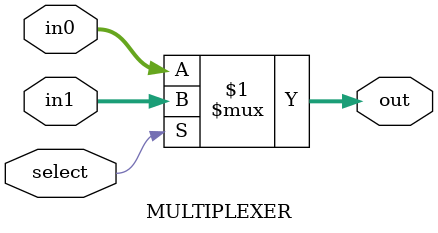
<source format=v>
module MULTIPLEXER ( //tested and its fine
    in0,
    in1,
    select,
    out
);

parameter inbits = 4;

input [inbits-1:0] in0, in1;
input select;
output [inbits-1:0] out;

assign out = select ? in1 : in0;

endmodule
</source>
